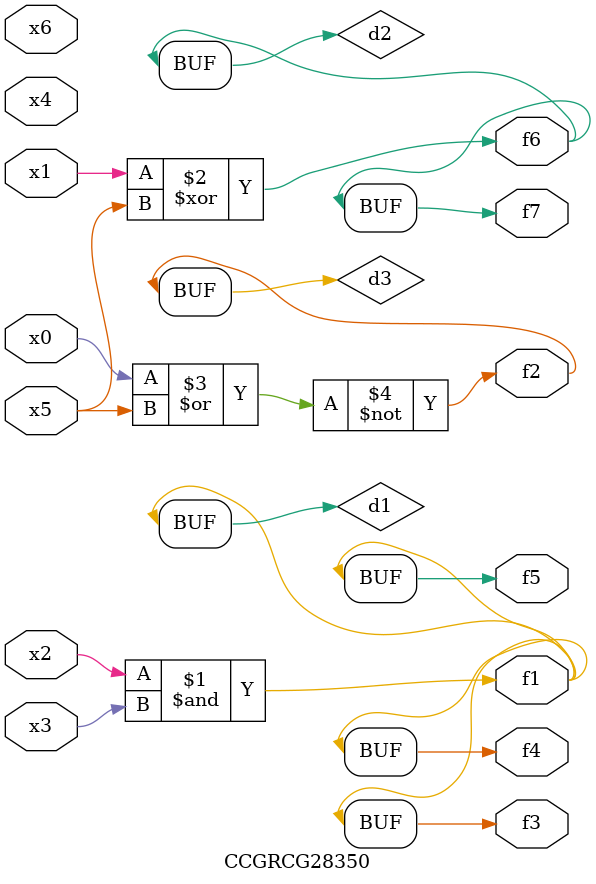
<source format=v>
module CCGRCG28350(
	input x0, x1, x2, x3, x4, x5, x6,
	output f1, f2, f3, f4, f5, f6, f7
);

	wire d1, d2, d3;

	and (d1, x2, x3);
	xor (d2, x1, x5);
	nor (d3, x0, x5);
	assign f1 = d1;
	assign f2 = d3;
	assign f3 = d1;
	assign f4 = d1;
	assign f5 = d1;
	assign f6 = d2;
	assign f7 = d2;
endmodule

</source>
